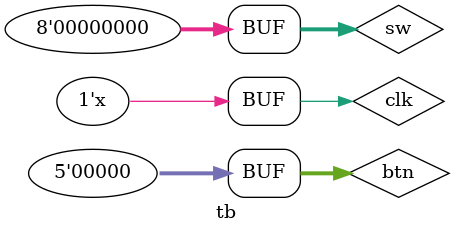
<source format=v>
`timescale 1ns / 1ps


module tb;

	// Inputs
	reg clk;
	reg [7:0] sw;
	reg [4:0] btn;

	// Outputs
	wire [3:0] i2s;

	// Instantiate the Unit Under Test (UUT)
	top uut (
		.clk(clk), 
		.sw(sw), 
		.btn(btn), 
		.i2s(i2s)
	);

	initial begin
		// Initialize Inputs
		clk = 0;
		sw = 0;
		btn = 0;

		// Wait 100 ns for global reset to finish
		#100000;
		btn[0] = 1;
		#1000000;
		btn[0] = 0;
		
		btn[4] = 1;
		#1000000;
		btn[4] = 0;
		
		#1000000000;
        
		// Add stimulus here

	end
	
	always begin
		#1;
		clk = ~clk;
	end
      
endmodule


</source>
